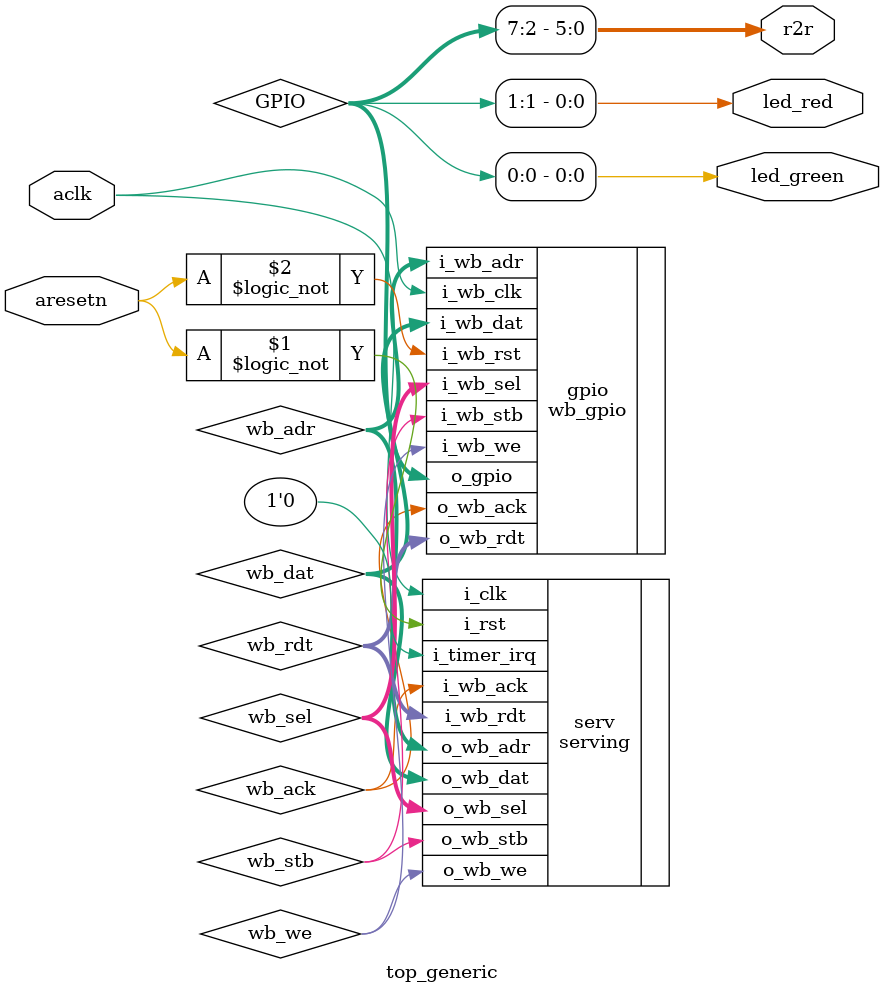
<source format=v>
`timescale 1ns/1ps

module top_generic(
    input wire aclk,
    input wire aresetn,

    output wire led_green,
    output wire led_red,

    output wire[5:0] r2r
);

    wire [31:0] wb_adr;
    wire [31:0] wb_dat;
    wire [31:0] wb_rdt;
    wire [3:0] wb_sel;
    wire wb_we;
    wire wb_stb;
    wire wb_ack;

    wire [31:0] GPIO;

    assign led_green = GPIO[0];
    assign led_red = GPIO[1];
    assign r2r = GPIO[8:2];

    serving #(
        .memfile("../sw/blinky/blinky.hex"),
        .memsize(8192),
        .sim(1'b0),
        .RESET_STRATEGY("MINI"),
        .WITH_CSR(1)
    ) serv (
        .i_clk(aclk),
        .i_rst(!aresetn),
        .i_timer_irq(1'b0),
        .i_wb_rdt(wb_rdt),
        .i_wb_ack(wb_ack),
        .o_wb_adr(wb_adr),
        .o_wb_dat(wb_dat),
        .o_wb_sel(wb_sel),
        .o_wb_we(wb_we),
        .o_wb_stb(wb_stb)
    );

    wb_gpio #(
      .address(32'h80000000)
    ) gpio (
        .i_wb_clk(aclk),
        .i_wb_rst(!aresetn),
        .i_wb_dat(wb_dat),
        .i_wb_adr(wb_adr),
        .i_wb_we(wb_we),
        .i_wb_stb(wb_stb),
        .i_wb_sel(wb_sel),
        .o_wb_rdt(wb_rdt),
        .o_wb_ack(wb_ack),
        .o_gpio(GPIO)
    );

endmodule
</source>
